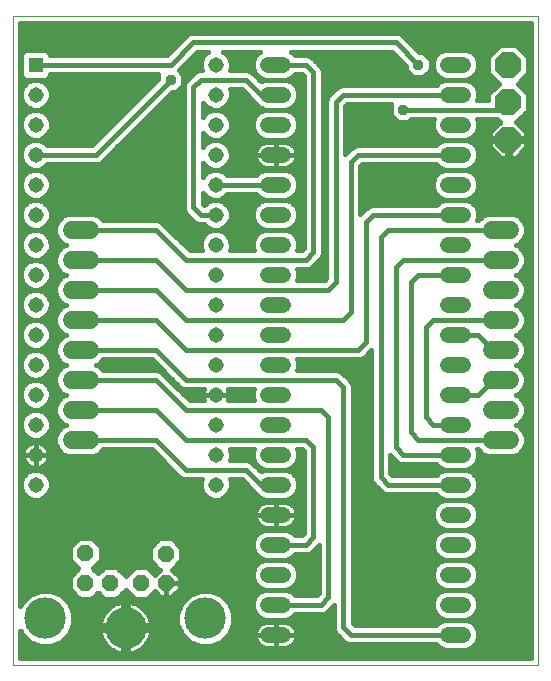
<source format=gbl>
G75*
G70*
%OFA0B0*%
%FSLAX24Y24*%
%IPPOS*%
%LPD*%
%AMOC8*
5,1,8,0,0,1.08239X$1,22.5*
%
%ADD10C,0.0000*%
%ADD11R,0.0515X0.0515*%
%ADD12C,0.0515*%
%ADD13C,0.0520*%
%ADD14C,0.1378*%
%ADD15OC8,0.0560*%
%ADD16C,0.0600*%
%ADD17OC8,0.0850*%
%ADD18C,0.0160*%
%ADD19OC8,0.0356*%
D10*
X002930Y001180D02*
X002930Y022800D01*
X020422Y022800D01*
X020422Y001180D01*
X002930Y001180D01*
D11*
X003680Y021180D03*
D12*
X003680Y020180D03*
X003680Y019180D03*
X003680Y018180D03*
X003680Y017180D03*
X003680Y016180D03*
X003680Y015180D03*
X003680Y014180D03*
X003680Y013180D03*
X003680Y012180D03*
X003680Y011180D03*
X003680Y010180D03*
X003680Y009180D03*
X003680Y008180D03*
X003680Y007180D03*
X009680Y007180D03*
X009680Y008180D03*
X009680Y009180D03*
X009680Y010180D03*
X009680Y011180D03*
X009680Y012180D03*
X009680Y013180D03*
X009680Y014180D03*
X009680Y015180D03*
X009680Y016180D03*
X009680Y017180D03*
X009680Y018180D03*
X009680Y019180D03*
X009680Y020180D03*
X009680Y021180D03*
D13*
X011420Y021180D02*
X011940Y021180D01*
X011940Y020180D02*
X011420Y020180D01*
X011420Y019180D02*
X011940Y019180D01*
X011940Y018180D02*
X011420Y018180D01*
X011420Y017180D02*
X011940Y017180D01*
X011940Y016180D02*
X011420Y016180D01*
X011420Y015180D02*
X011940Y015180D01*
X011940Y014180D02*
X011420Y014180D01*
X011420Y013180D02*
X011940Y013180D01*
X011940Y012180D02*
X011420Y012180D01*
X011420Y011180D02*
X011940Y011180D01*
X011940Y010180D02*
X011420Y010180D01*
X011420Y009180D02*
X011940Y009180D01*
X011940Y008180D02*
X011420Y008180D01*
X011420Y007180D02*
X011940Y007180D01*
X011940Y006180D02*
X011420Y006180D01*
X011420Y005180D02*
X011940Y005180D01*
X011940Y004180D02*
X011420Y004180D01*
X011420Y003180D02*
X011940Y003180D01*
X011940Y002180D02*
X011420Y002180D01*
X017420Y002180D02*
X017940Y002180D01*
X017940Y003180D02*
X017420Y003180D01*
X017420Y004180D02*
X017940Y004180D01*
X017940Y005180D02*
X017420Y005180D01*
X017420Y006180D02*
X017940Y006180D01*
X017940Y007180D02*
X017420Y007180D01*
X017420Y008180D02*
X017940Y008180D01*
X017940Y009180D02*
X017420Y009180D01*
X017420Y010180D02*
X017940Y010180D01*
X017940Y011180D02*
X017420Y011180D01*
X017420Y012180D02*
X017940Y012180D01*
X017940Y013180D02*
X017420Y013180D01*
X017420Y014180D02*
X017940Y014180D01*
X017940Y015180D02*
X017420Y015180D01*
X017420Y016180D02*
X017940Y016180D01*
X017940Y017180D02*
X017420Y017180D01*
X017420Y018180D02*
X017940Y018180D01*
X017940Y019180D02*
X017420Y019180D01*
X017420Y020180D02*
X017940Y020180D01*
X017940Y021180D02*
X017420Y021180D01*
D14*
X009337Y002725D03*
X006680Y002410D03*
X004003Y002725D03*
D15*
X005341Y003906D03*
X006168Y003906D03*
X005341Y004891D03*
X007192Y003906D03*
X008019Y003906D03*
X008019Y004871D03*
D16*
X005480Y008680D02*
X004880Y008680D01*
X004880Y009680D02*
X005480Y009680D01*
X005480Y010680D02*
X004880Y010680D01*
X004880Y011680D02*
X005480Y011680D01*
X005480Y012680D02*
X004880Y012680D01*
X004880Y013680D02*
X005480Y013680D01*
X005480Y014680D02*
X004880Y014680D01*
X004880Y015680D02*
X005480Y015680D01*
X018880Y015680D02*
X019480Y015680D01*
X019480Y014680D02*
X018880Y014680D01*
X018880Y013680D02*
X019480Y013680D01*
X019480Y012680D02*
X018880Y012680D01*
X018880Y011680D02*
X019480Y011680D01*
X019480Y010680D02*
X018880Y010680D01*
X018880Y009680D02*
X019480Y009680D01*
X019480Y008680D02*
X018880Y008680D01*
D17*
X019430Y018680D03*
X019430Y019930D03*
X019430Y021180D03*
D18*
X019924Y021627D02*
X020182Y021627D01*
X020182Y021785D02*
X019765Y021785D01*
X019705Y021845D02*
X019155Y021845D01*
X018765Y021455D01*
X018765Y020905D01*
X019115Y020555D01*
X018765Y020205D01*
X018765Y020000D01*
X018407Y020000D01*
X018440Y020081D01*
X018440Y020279D01*
X018364Y020463D01*
X018223Y020604D01*
X018039Y020680D01*
X018223Y020756D01*
X018364Y020897D01*
X018440Y021081D01*
X018440Y021279D01*
X018364Y021463D01*
X018223Y021604D01*
X018039Y021680D01*
X017321Y021680D01*
X017137Y021604D01*
X016996Y021463D01*
X016920Y021279D01*
X016920Y021081D01*
X016996Y020897D01*
X017137Y020756D01*
X017321Y020680D01*
X018039Y020680D01*
X017321Y020680D01*
X017137Y020604D01*
X017033Y020500D01*
X013866Y020500D01*
X013749Y020451D01*
X013659Y020361D01*
X013409Y020111D01*
X013360Y019994D01*
X013360Y014063D01*
X013297Y014000D01*
X012407Y014000D01*
X012440Y014081D01*
X012440Y014279D01*
X012407Y014360D01*
X012744Y014360D01*
X012861Y014409D01*
X013111Y014659D01*
X013201Y014749D01*
X013250Y014866D01*
X013250Y020994D01*
X013201Y021111D01*
X012951Y021361D01*
X012861Y021451D01*
X012744Y021500D01*
X012327Y021500D01*
X012223Y021604D01*
X012208Y021610D01*
X015547Y021610D01*
X016012Y021146D01*
X016012Y021007D01*
X016257Y020762D01*
X016603Y020762D01*
X016848Y021007D01*
X016848Y021353D01*
X016603Y021598D01*
X016464Y021598D01*
X015951Y022111D01*
X015951Y022111D01*
X015861Y022201D01*
X015744Y022250D01*
X008866Y022250D01*
X008749Y022201D01*
X008659Y022111D01*
X008047Y021500D01*
X004171Y021500D01*
X004141Y021573D01*
X004073Y021641D01*
X003985Y021677D01*
X003375Y021677D01*
X003287Y021641D01*
X003219Y021573D01*
X003183Y021485D01*
X003183Y020875D01*
X003219Y020787D01*
X003287Y020719D01*
X003375Y020683D01*
X003985Y020683D01*
X004073Y020719D01*
X004141Y020787D01*
X004171Y020860D01*
X007769Y020860D01*
X007762Y020853D01*
X007762Y020714D01*
X005547Y018500D01*
X004064Y018500D01*
X003962Y018602D01*
X003779Y018677D01*
X003581Y018677D01*
X003398Y018602D01*
X003258Y018462D01*
X003183Y018279D01*
X003183Y018081D01*
X003258Y017898D01*
X003398Y017758D01*
X003581Y017683D01*
X003779Y017683D01*
X003962Y017758D01*
X004064Y017860D01*
X005744Y017860D01*
X005861Y017909D01*
X008214Y020262D01*
X008353Y020262D01*
X008598Y020507D01*
X008598Y020853D01*
X008452Y020999D01*
X009063Y021610D01*
X009418Y021610D01*
X009398Y021602D01*
X009258Y021462D01*
X009183Y021279D01*
X009183Y021081D01*
X009216Y021000D01*
X009116Y021000D01*
X008999Y020951D01*
X008749Y020701D01*
X008659Y020611D01*
X008610Y020494D01*
X008610Y016366D01*
X008659Y016249D01*
X008909Y015999D01*
X008999Y015909D01*
X009116Y015860D01*
X009296Y015860D01*
X009398Y015758D01*
X009581Y015683D01*
X009779Y015683D01*
X009962Y015758D01*
X010102Y015898D01*
X010177Y016081D01*
X010177Y016279D01*
X010102Y016462D01*
X009962Y016602D01*
X009779Y016677D01*
X009581Y016677D01*
X009398Y016602D01*
X009305Y016508D01*
X009250Y016563D01*
X009250Y016918D01*
X009258Y016898D01*
X009398Y016758D01*
X009581Y016683D01*
X009779Y016683D01*
X009962Y016758D01*
X010064Y016860D01*
X011033Y016860D01*
X011137Y016756D01*
X011321Y016680D01*
X011137Y016604D01*
X010996Y016463D01*
X010920Y016279D01*
X010920Y016081D01*
X010996Y015897D01*
X011137Y015756D01*
X011321Y015680D01*
X012039Y015680D01*
X012223Y015756D01*
X012364Y015897D01*
X012440Y016081D01*
X012440Y016279D01*
X012364Y016463D01*
X012223Y016604D01*
X012039Y016680D01*
X011321Y016680D01*
X012039Y016680D01*
X012223Y016756D01*
X012364Y016897D01*
X012440Y017081D01*
X012440Y017279D01*
X012364Y017463D01*
X012223Y017604D01*
X012039Y017680D01*
X011321Y017680D01*
X011137Y017604D01*
X011033Y017500D01*
X010064Y017500D01*
X009962Y017602D01*
X009779Y017677D01*
X009581Y017677D01*
X009398Y017602D01*
X009258Y017462D01*
X009250Y017442D01*
X009250Y017918D01*
X009258Y017898D01*
X009398Y017758D01*
X009581Y017683D01*
X009779Y017683D01*
X009962Y017758D01*
X010102Y017898D01*
X010177Y018081D01*
X010177Y018279D01*
X010102Y018462D01*
X009962Y018602D01*
X009779Y018677D01*
X009581Y018677D01*
X009398Y018602D01*
X009258Y018462D01*
X009250Y018442D01*
X009250Y018918D01*
X009258Y018898D01*
X009398Y018758D01*
X009581Y018683D01*
X009779Y018683D01*
X009962Y018758D01*
X010102Y018898D01*
X010177Y019081D01*
X010177Y019279D01*
X010102Y019462D01*
X009962Y019602D01*
X009779Y019677D01*
X009581Y019677D01*
X009398Y019602D01*
X009258Y019462D01*
X009250Y019442D01*
X009250Y019918D01*
X009258Y019898D01*
X009398Y019758D01*
X009581Y019683D01*
X009779Y019683D01*
X009962Y019758D01*
X010102Y019898D01*
X010177Y020081D01*
X010177Y020279D01*
X010144Y020360D01*
X010547Y020360D01*
X010986Y019922D01*
X010996Y019897D01*
X011137Y019756D01*
X011321Y019680D01*
X012039Y019680D01*
X012223Y019756D01*
X012364Y019897D01*
X012440Y020081D01*
X012440Y020279D01*
X012364Y020463D01*
X012223Y020604D01*
X012039Y020680D01*
X012223Y020756D01*
X012327Y020860D01*
X012547Y020860D01*
X012610Y020797D01*
X012610Y015063D01*
X012547Y015000D01*
X012407Y015000D01*
X012440Y015081D01*
X012440Y015279D01*
X012364Y015463D01*
X012223Y015604D01*
X012039Y015680D01*
X011321Y015680D01*
X011137Y015604D01*
X010996Y015463D01*
X010920Y015279D01*
X010920Y015081D01*
X010953Y015000D01*
X010144Y015000D01*
X010177Y015081D01*
X010177Y015279D01*
X010102Y015462D01*
X009962Y015602D01*
X009779Y015677D01*
X009581Y015677D01*
X009398Y015602D01*
X009258Y015462D01*
X009183Y015279D01*
X009183Y015081D01*
X009216Y015000D01*
X008813Y015000D01*
X007861Y015951D01*
X007744Y016000D01*
X005924Y016000D01*
X005786Y016138D01*
X005587Y016220D01*
X004773Y016220D01*
X004574Y016138D01*
X004422Y015986D01*
X004340Y015787D01*
X004340Y015573D01*
X004422Y015374D01*
X004574Y015222D01*
X004676Y015180D01*
X004574Y015138D01*
X004422Y014986D01*
X004340Y014787D01*
X004340Y014573D01*
X004422Y014374D01*
X004574Y014222D01*
X004676Y014180D01*
X004574Y014138D01*
X004422Y013986D01*
X004340Y013787D01*
X004340Y013573D01*
X004422Y013374D01*
X004574Y013222D01*
X004676Y013180D01*
X004574Y013138D01*
X004422Y012986D01*
X004340Y012787D01*
X004340Y012573D01*
X004422Y012374D01*
X004574Y012222D01*
X004676Y012180D01*
X004574Y012138D01*
X004422Y011986D01*
X004340Y011787D01*
X004340Y011573D01*
X004422Y011374D01*
X004574Y011222D01*
X004676Y011180D01*
X004574Y011138D01*
X004422Y010986D01*
X004340Y010787D01*
X004340Y010573D01*
X004422Y010374D01*
X004574Y010222D01*
X004676Y010180D01*
X004574Y010138D01*
X004422Y009986D01*
X004340Y009787D01*
X004340Y009573D01*
X004422Y009374D01*
X004574Y009222D01*
X004676Y009180D01*
X004574Y009138D01*
X004422Y008986D01*
X004340Y008787D01*
X004340Y008573D01*
X004422Y008374D01*
X004574Y008222D01*
X004773Y008140D01*
X005587Y008140D01*
X005786Y008222D01*
X005924Y008360D01*
X007547Y008360D01*
X008409Y007499D01*
X008499Y007409D01*
X008616Y007360D01*
X009216Y007360D01*
X009183Y007279D01*
X009183Y007081D01*
X009258Y006898D01*
X009398Y006758D01*
X009581Y006683D01*
X009779Y006683D01*
X009962Y006758D01*
X010102Y006898D01*
X010177Y007081D01*
X010177Y007279D01*
X010144Y007360D01*
X010547Y007360D01*
X010909Y006999D01*
X010986Y006922D01*
X010996Y006897D01*
X011137Y006756D01*
X011321Y006680D01*
X012039Y006680D01*
X012223Y006756D01*
X012364Y006897D01*
X012440Y007081D01*
X012440Y007279D01*
X012364Y007463D01*
X012223Y007604D01*
X012039Y007680D01*
X012223Y007756D01*
X012364Y007897D01*
X012440Y008081D01*
X012440Y008279D01*
X012407Y008360D01*
X012547Y008360D01*
X012610Y008297D01*
X012610Y005563D01*
X012547Y005500D01*
X012327Y005500D01*
X012223Y005604D01*
X012039Y005680D01*
X011321Y005680D01*
X011137Y005604D01*
X010996Y005463D01*
X010920Y005279D01*
X010920Y005081D01*
X010996Y004897D01*
X011137Y004756D01*
X011321Y004680D01*
X012039Y004680D01*
X012223Y004756D01*
X012327Y004860D01*
X012744Y004860D01*
X012861Y004909D01*
X012951Y004999D01*
X013110Y005157D01*
X013110Y003563D01*
X013047Y003500D01*
X012327Y003500D01*
X012223Y003604D01*
X012039Y003680D01*
X011321Y003680D01*
X011137Y003604D01*
X010996Y003463D01*
X010920Y003279D01*
X010920Y003081D01*
X010996Y002897D01*
X011137Y002756D01*
X011321Y002680D01*
X012039Y002680D01*
X012223Y002756D01*
X012327Y002860D01*
X013244Y002860D01*
X013361Y002909D01*
X013451Y002999D01*
X013610Y003157D01*
X013610Y002366D01*
X013659Y002249D01*
X013909Y001999D01*
X013999Y001909D01*
X014116Y001860D01*
X017033Y001860D01*
X017137Y001756D01*
X017321Y001680D01*
X018039Y001680D01*
X018223Y001756D01*
X018364Y001897D01*
X018440Y002081D01*
X018440Y002279D01*
X018364Y002463D01*
X018223Y002604D01*
X018039Y002680D01*
X018223Y002756D01*
X018364Y002897D01*
X018440Y003081D01*
X018440Y003279D01*
X018364Y003463D01*
X018223Y003604D01*
X018039Y003680D01*
X018223Y003756D01*
X018364Y003897D01*
X018440Y004081D01*
X018440Y004279D01*
X018364Y004463D01*
X018223Y004604D01*
X018039Y004680D01*
X018223Y004756D01*
X018364Y004897D01*
X018440Y005081D01*
X018440Y005279D01*
X018364Y005463D01*
X018223Y005604D01*
X018039Y005680D01*
X018223Y005756D01*
X018364Y005897D01*
X018440Y006081D01*
X018440Y006279D01*
X018364Y006463D01*
X018223Y006604D01*
X018039Y006680D01*
X017321Y006680D01*
X017137Y006604D01*
X016996Y006463D01*
X016920Y006279D01*
X016920Y006081D01*
X016996Y005897D01*
X017137Y005756D01*
X017321Y005680D01*
X018039Y005680D01*
X017321Y005680D01*
X017137Y005604D01*
X016996Y005463D01*
X016920Y005279D01*
X016920Y005081D01*
X016996Y004897D01*
X017137Y004756D01*
X017321Y004680D01*
X018039Y004680D01*
X017321Y004680D01*
X017137Y004604D01*
X016996Y004463D01*
X016920Y004279D01*
X016920Y004081D01*
X016996Y003897D01*
X017137Y003756D01*
X017321Y003680D01*
X018039Y003680D01*
X017321Y003680D01*
X017137Y003604D01*
X016996Y003463D01*
X016920Y003279D01*
X016920Y003081D01*
X016996Y002897D01*
X017137Y002756D01*
X017321Y002680D01*
X018039Y002680D01*
X017321Y002680D01*
X017137Y002604D01*
X017033Y002500D01*
X014313Y002500D01*
X014250Y002563D01*
X014250Y010494D01*
X014201Y010611D01*
X014111Y010701D01*
X013861Y010951D01*
X013744Y011000D01*
X012407Y011000D01*
X012440Y011081D01*
X012440Y011279D01*
X012407Y011360D01*
X014494Y011360D01*
X014611Y011409D01*
X014860Y011657D01*
X014860Y007366D01*
X014909Y007249D01*
X015159Y006999D01*
X015249Y006909D01*
X015366Y006860D01*
X017033Y006860D01*
X017137Y006756D01*
X017321Y006680D01*
X018039Y006680D01*
X018223Y006756D01*
X018364Y006897D01*
X018440Y007081D01*
X018440Y007279D01*
X018364Y007463D01*
X018223Y007604D01*
X018039Y007680D01*
X018223Y007756D01*
X018364Y007897D01*
X018440Y008081D01*
X018440Y008279D01*
X018407Y008360D01*
X018436Y008360D01*
X018574Y008222D01*
X018773Y008140D01*
X019587Y008140D01*
X019786Y008222D01*
X019938Y008374D01*
X020020Y008573D01*
X020020Y008787D01*
X019938Y008986D01*
X019786Y009138D01*
X019684Y009180D01*
X019786Y009222D01*
X019938Y009374D01*
X020020Y009573D01*
X020020Y009787D01*
X019938Y009986D01*
X019786Y010138D01*
X019684Y010180D01*
X019786Y010222D01*
X019938Y010374D01*
X020020Y010573D01*
X020020Y010787D01*
X019938Y010986D01*
X019786Y011138D01*
X019684Y011180D01*
X019786Y011222D01*
X019938Y011374D01*
X020020Y011573D01*
X020020Y011787D01*
X019938Y011986D01*
X019786Y012138D01*
X019684Y012180D01*
X019786Y012222D01*
X019938Y012374D01*
X020020Y012573D01*
X020020Y012787D01*
X019938Y012986D01*
X019786Y013138D01*
X019684Y013180D01*
X019786Y013222D01*
X019938Y013374D01*
X020020Y013573D01*
X020020Y013787D01*
X019938Y013986D01*
X019786Y014138D01*
X019684Y014180D01*
X019786Y014222D01*
X019938Y014374D01*
X020020Y014573D01*
X020020Y014787D01*
X019938Y014986D01*
X019786Y015138D01*
X019684Y015180D01*
X019786Y015222D01*
X019938Y015374D01*
X020020Y015573D01*
X020020Y015787D01*
X019938Y015986D01*
X019786Y016138D01*
X019587Y016220D01*
X018773Y016220D01*
X018574Y016138D01*
X018436Y016000D01*
X018407Y016000D01*
X018440Y016081D01*
X018440Y016279D01*
X018364Y016463D01*
X018223Y016604D01*
X018039Y016680D01*
X018223Y016756D01*
X018364Y016897D01*
X018440Y017081D01*
X018440Y017279D01*
X018364Y017463D01*
X018223Y017604D01*
X018039Y017680D01*
X017321Y017680D01*
X017137Y017604D01*
X016996Y017463D01*
X016920Y017279D01*
X016920Y017081D01*
X016996Y016897D01*
X017137Y016756D01*
X017321Y016680D01*
X018039Y016680D01*
X017321Y016680D01*
X017137Y016604D01*
X017033Y016500D01*
X014866Y016500D01*
X014749Y016451D01*
X014659Y016361D01*
X014500Y016203D01*
X014500Y017797D01*
X014563Y017860D01*
X017033Y017860D01*
X017137Y017756D01*
X017321Y017680D01*
X018039Y017680D01*
X018223Y017756D01*
X018364Y017897D01*
X018440Y018081D01*
X018440Y018279D01*
X018364Y018463D01*
X018223Y018604D01*
X018039Y018680D01*
X018223Y018756D01*
X018364Y018897D01*
X018440Y019081D01*
X018440Y019279D01*
X018407Y019360D01*
X019060Y019360D01*
X019155Y019265D01*
X019159Y019265D01*
X018825Y018931D01*
X018825Y018730D01*
X019380Y018730D01*
X019380Y018630D01*
X019480Y018630D01*
X019480Y018730D01*
X020035Y018730D01*
X020035Y018931D01*
X019701Y019265D01*
X019705Y019265D01*
X020095Y019655D01*
X020095Y020205D01*
X019745Y020555D01*
X020095Y020905D01*
X020095Y021455D01*
X019705Y021845D01*
X020182Y021944D02*
X016119Y021944D01*
X015961Y022102D02*
X020182Y022102D01*
X020182Y022261D02*
X003170Y022261D01*
X003170Y022419D02*
X020182Y022419D01*
X020182Y022560D02*
X003170Y022560D01*
X003170Y003142D01*
X003215Y003251D01*
X003477Y003513D01*
X003818Y003654D01*
X004188Y003654D01*
X004529Y003513D01*
X004790Y003251D01*
X004932Y002910D01*
X004932Y002540D01*
X004790Y002199D01*
X004529Y001938D01*
X004188Y001796D01*
X003818Y001796D01*
X003477Y001938D01*
X003215Y002199D01*
X003170Y002308D01*
X003170Y001420D01*
X020182Y001420D01*
X020182Y022560D01*
X019095Y021785D02*
X016278Y021785D01*
X016436Y021627D02*
X017191Y021627D01*
X017001Y021468D02*
X016733Y021468D01*
X016848Y021310D02*
X016932Y021310D01*
X016920Y021151D02*
X016848Y021151D01*
X016834Y020993D02*
X016956Y020993D01*
X017059Y020834D02*
X016675Y020834D01*
X016430Y021180D02*
X015680Y021930D01*
X008930Y021930D01*
X008180Y021180D01*
X003680Y021180D01*
X003183Y021151D02*
X003170Y021151D01*
X003170Y020993D02*
X003183Y020993D01*
X003170Y020834D02*
X003199Y020834D01*
X003170Y020676D02*
X003576Y020676D01*
X003581Y020677D02*
X003398Y020602D01*
X003258Y020462D01*
X003183Y020279D01*
X003183Y020081D01*
X003258Y019898D01*
X003398Y019758D01*
X003581Y019683D01*
X003779Y019683D01*
X003962Y019758D01*
X004102Y019898D01*
X004177Y020081D01*
X004177Y020279D01*
X004102Y020462D01*
X003962Y020602D01*
X003779Y020677D01*
X003581Y020677D01*
X003784Y020676D02*
X007723Y020676D01*
X007762Y020834D02*
X004161Y020834D01*
X004047Y020517D02*
X007564Y020517D01*
X007406Y020359D02*
X004145Y020359D01*
X004177Y020200D02*
X007247Y020200D01*
X007089Y020042D02*
X004161Y020042D01*
X004087Y019883D02*
X006930Y019883D01*
X006772Y019725D02*
X003880Y019725D01*
X003779Y019677D02*
X003962Y019602D01*
X004102Y019462D01*
X004177Y019279D01*
X004177Y019081D01*
X004102Y018898D01*
X003962Y018758D01*
X003779Y018683D01*
X003581Y018683D01*
X003398Y018758D01*
X003258Y018898D01*
X003183Y019081D01*
X003183Y019279D01*
X003258Y019462D01*
X003398Y019602D01*
X003581Y019677D01*
X003779Y019677D01*
X003998Y019566D02*
X006613Y019566D01*
X006455Y019408D02*
X004124Y019408D01*
X004177Y019249D02*
X006296Y019249D01*
X006138Y019091D02*
X004177Y019091D01*
X004116Y018932D02*
X005979Y018932D01*
X005821Y018774D02*
X003977Y018774D01*
X003930Y018615D02*
X005662Y018615D01*
X005680Y018180D02*
X008180Y020680D01*
X008459Y020993D02*
X009098Y020993D01*
X009183Y021151D02*
X008604Y021151D01*
X008762Y021310D02*
X009195Y021310D01*
X009264Y021468D02*
X008921Y021468D01*
X008881Y020834D02*
X008598Y020834D01*
X008598Y020676D02*
X008723Y020676D01*
X008620Y020517D02*
X008598Y020517D01*
X008610Y020359D02*
X008450Y020359D01*
X008610Y020200D02*
X008153Y020200D01*
X007994Y020042D02*
X008610Y020042D01*
X008610Y019883D02*
X007836Y019883D01*
X007677Y019725D02*
X008610Y019725D01*
X008610Y019566D02*
X007519Y019566D01*
X007360Y019408D02*
X008610Y019408D01*
X008610Y019249D02*
X007202Y019249D01*
X007043Y019091D02*
X008610Y019091D01*
X008610Y018932D02*
X006885Y018932D01*
X006726Y018774D02*
X008610Y018774D01*
X008610Y018615D02*
X006568Y018615D01*
X006409Y018457D02*
X008610Y018457D01*
X008610Y018298D02*
X006251Y018298D01*
X006092Y018140D02*
X008610Y018140D01*
X008610Y017981D02*
X005934Y017981D01*
X005680Y018180D02*
X003680Y018180D01*
X004026Y017823D02*
X008610Y017823D01*
X008610Y017664D02*
X003811Y017664D01*
X003779Y017677D02*
X003581Y017677D01*
X003398Y017602D01*
X003258Y017462D01*
X003183Y017279D01*
X003183Y017081D01*
X003258Y016898D01*
X003398Y016758D01*
X003581Y016683D01*
X003779Y016683D01*
X003962Y016758D01*
X004102Y016898D01*
X004177Y017081D01*
X004177Y017279D01*
X004102Y017462D01*
X003962Y017602D01*
X003779Y017677D01*
X003549Y017664D02*
X003170Y017664D01*
X003170Y017506D02*
X003302Y017506D01*
X003211Y017347D02*
X003170Y017347D01*
X003170Y017189D02*
X003183Y017189D01*
X003170Y017030D02*
X003204Y017030D01*
X003170Y016872D02*
X003285Y016872D01*
X003170Y016713D02*
X003507Y016713D01*
X003581Y016677D02*
X003398Y016602D01*
X003258Y016462D01*
X003183Y016279D01*
X003183Y016081D01*
X003258Y015898D01*
X003398Y015758D01*
X003581Y015683D01*
X003779Y015683D01*
X003962Y015758D01*
X004102Y015898D01*
X004177Y016081D01*
X004177Y016279D01*
X004102Y016462D01*
X003962Y016602D01*
X003779Y016677D01*
X003581Y016677D01*
X003351Y016555D02*
X003170Y016555D01*
X003170Y016396D02*
X003231Y016396D01*
X003183Y016238D02*
X003170Y016238D01*
X003170Y016079D02*
X003183Y016079D01*
X003170Y015921D02*
X003249Y015921D01*
X003170Y015762D02*
X003394Y015762D01*
X003402Y015604D02*
X003170Y015604D01*
X003170Y015445D02*
X003251Y015445D01*
X003258Y015462D02*
X003183Y015279D01*
X003183Y015081D01*
X003258Y014898D01*
X003398Y014758D01*
X003581Y014683D01*
X003779Y014683D01*
X003962Y014758D01*
X004102Y014898D01*
X004177Y015081D01*
X004177Y015279D01*
X004102Y015462D01*
X003962Y015602D01*
X003779Y015677D01*
X003581Y015677D01*
X003398Y015602D01*
X003258Y015462D01*
X003186Y015287D02*
X003170Y015287D01*
X003170Y015128D02*
X003183Y015128D01*
X003170Y014970D02*
X003229Y014970D01*
X003170Y014811D02*
X003345Y014811D01*
X003398Y014602D02*
X003258Y014462D01*
X003183Y014279D01*
X003183Y014081D01*
X003258Y013898D01*
X003398Y013758D01*
X003581Y013683D01*
X003779Y013683D01*
X003962Y013758D01*
X004102Y013898D01*
X004177Y014081D01*
X004177Y014279D01*
X004102Y014462D01*
X003962Y014602D01*
X003779Y014677D01*
X003581Y014677D01*
X003398Y014602D01*
X003521Y014653D02*
X003170Y014653D01*
X003170Y014494D02*
X003290Y014494D01*
X003206Y014336D02*
X003170Y014336D01*
X003170Y014177D02*
X003183Y014177D01*
X003170Y014019D02*
X003208Y014019D01*
X003170Y013860D02*
X003296Y013860D01*
X003170Y013702D02*
X003535Y013702D01*
X003581Y013677D02*
X003398Y013602D01*
X003258Y013462D01*
X003183Y013279D01*
X003183Y013081D01*
X003258Y012898D01*
X003398Y012758D01*
X003581Y012683D01*
X003779Y012683D01*
X003962Y012758D01*
X004102Y012898D01*
X004177Y013081D01*
X004177Y013279D01*
X004102Y013462D01*
X003962Y013602D01*
X003779Y013677D01*
X003581Y013677D01*
X003825Y013702D02*
X004340Y013702D01*
X004352Y013543D02*
X004021Y013543D01*
X004134Y013385D02*
X004418Y013385D01*
X004570Y013226D02*
X004177Y013226D01*
X004172Y013068D02*
X004504Y013068D01*
X004390Y012909D02*
X004106Y012909D01*
X003943Y012751D02*
X004340Y012751D01*
X004340Y012592D02*
X003972Y012592D01*
X003962Y012602D02*
X003779Y012677D01*
X003581Y012677D01*
X003398Y012602D01*
X003258Y012462D01*
X003183Y012279D01*
X003183Y012081D01*
X003258Y011898D01*
X003398Y011758D01*
X003581Y011683D01*
X003779Y011683D01*
X003962Y011758D01*
X004102Y011898D01*
X004177Y012081D01*
X004177Y012279D01*
X004102Y012462D01*
X003962Y012602D01*
X004113Y012434D02*
X004398Y012434D01*
X004521Y012275D02*
X004177Y012275D01*
X004177Y012117D02*
X004553Y012117D01*
X004411Y011958D02*
X004127Y011958D01*
X004003Y011800D02*
X004345Y011800D01*
X004340Y011641D02*
X003867Y011641D01*
X003779Y011677D02*
X003962Y011602D01*
X004102Y011462D01*
X004177Y011279D01*
X004177Y011081D01*
X004102Y010898D01*
X003962Y010758D01*
X003779Y010683D01*
X003581Y010683D01*
X003398Y010758D01*
X003258Y010898D01*
X003183Y011081D01*
X003183Y011279D01*
X003258Y011462D01*
X003398Y011602D01*
X003581Y011677D01*
X003779Y011677D01*
X003493Y011641D02*
X003170Y011641D01*
X003170Y011483D02*
X003279Y011483D01*
X003201Y011324D02*
X003170Y011324D01*
X003170Y011166D02*
X003183Y011166D01*
X003170Y011007D02*
X003213Y011007D01*
X003170Y010849D02*
X003308Y010849D01*
X003170Y010690D02*
X003563Y010690D01*
X003581Y010677D02*
X003398Y010602D01*
X003258Y010462D01*
X003183Y010279D01*
X003183Y010081D01*
X003258Y009898D01*
X003398Y009758D01*
X003581Y009683D01*
X003779Y009683D01*
X003962Y009758D01*
X004102Y009898D01*
X004177Y010081D01*
X004177Y010279D01*
X004102Y010462D01*
X003962Y010602D01*
X003779Y010677D01*
X003581Y010677D01*
X003797Y010690D02*
X004340Y010690D01*
X004357Y010532D02*
X004032Y010532D01*
X004139Y010373D02*
X004423Y010373D01*
X004593Y010215D02*
X004177Y010215D01*
X004167Y010056D02*
X004492Y010056D01*
X004386Y009898D02*
X004101Y009898D01*
X003915Y009739D02*
X004340Y009739D01*
X004340Y009581D02*
X003983Y009581D01*
X003962Y009602D02*
X003779Y009677D01*
X003581Y009677D01*
X003398Y009602D01*
X003258Y009462D01*
X003183Y009279D01*
X003183Y009081D01*
X003258Y008898D01*
X003398Y008758D01*
X003581Y008683D01*
X003779Y008683D01*
X003962Y008758D01*
X004102Y008898D01*
X004177Y009081D01*
X004177Y009279D01*
X004102Y009462D01*
X003962Y009602D01*
X004118Y009422D02*
X004402Y009422D01*
X004533Y009264D02*
X004177Y009264D01*
X004177Y009105D02*
X004541Y009105D01*
X004406Y008947D02*
X004122Y008947D01*
X003992Y008788D02*
X004340Y008788D01*
X004340Y008630D02*
X003170Y008630D01*
X003170Y008788D02*
X003368Y008788D01*
X003238Y008947D02*
X003170Y008947D01*
X003170Y009105D02*
X003183Y009105D01*
X003170Y009264D02*
X003183Y009264D01*
X003170Y009422D02*
X003242Y009422D01*
X003170Y009581D02*
X003377Y009581D01*
X003445Y009739D02*
X003170Y009739D01*
X003170Y009898D02*
X003259Y009898D01*
X003193Y010056D02*
X003170Y010056D01*
X003170Y010215D02*
X003183Y010215D01*
X003170Y010373D02*
X003221Y010373D01*
X003170Y010532D02*
X003328Y010532D01*
X004052Y010849D02*
X004365Y010849D01*
X004443Y011007D02*
X004147Y011007D01*
X004177Y011166D02*
X004641Y011166D01*
X004472Y011324D02*
X004159Y011324D01*
X004081Y011483D02*
X004377Y011483D01*
X005180Y011680D02*
X007680Y011680D01*
X008680Y010680D01*
X013680Y010680D01*
X013930Y010430D01*
X013930Y002430D01*
X014180Y002180D01*
X017680Y002180D01*
X018217Y002607D02*
X020182Y002607D01*
X020182Y002765D02*
X018232Y002765D01*
X018375Y002924D02*
X020182Y002924D01*
X020182Y003082D02*
X018440Y003082D01*
X018440Y003241D02*
X020182Y003241D01*
X020182Y003399D02*
X018390Y003399D01*
X018270Y003558D02*
X020182Y003558D01*
X020182Y003716D02*
X018126Y003716D01*
X018342Y003875D02*
X020182Y003875D01*
X020182Y004033D02*
X018420Y004033D01*
X018440Y004192D02*
X020182Y004192D01*
X020182Y004350D02*
X018411Y004350D01*
X018319Y004509D02*
X020182Y004509D01*
X020182Y004667D02*
X018071Y004667D01*
X018293Y004826D02*
X020182Y004826D01*
X020182Y004984D02*
X018400Y004984D01*
X018440Y005143D02*
X020182Y005143D01*
X020182Y005301D02*
X018431Y005301D01*
X018365Y005460D02*
X020182Y005460D01*
X020182Y005618D02*
X018189Y005618D01*
X018244Y005777D02*
X020182Y005777D01*
X020182Y005935D02*
X018380Y005935D01*
X018440Y006094D02*
X020182Y006094D01*
X020182Y006252D02*
X018440Y006252D01*
X018386Y006411D02*
X020182Y006411D01*
X020182Y006569D02*
X018258Y006569D01*
X018154Y006728D02*
X020182Y006728D01*
X020182Y006886D02*
X018353Y006886D01*
X018425Y007045D02*
X020182Y007045D01*
X020182Y007203D02*
X018440Y007203D01*
X018406Y007362D02*
X020182Y007362D01*
X020182Y007520D02*
X018307Y007520D01*
X018043Y007679D02*
X020182Y007679D01*
X020182Y007837D02*
X018304Y007837D01*
X018405Y007996D02*
X020182Y007996D01*
X020182Y008154D02*
X019621Y008154D01*
X019876Y008313D02*
X020182Y008313D01*
X020182Y008471D02*
X019978Y008471D01*
X020020Y008630D02*
X020182Y008630D01*
X020182Y008788D02*
X020020Y008788D01*
X019954Y008947D02*
X020182Y008947D01*
X020182Y009105D02*
X019819Y009105D01*
X019827Y009264D02*
X020182Y009264D01*
X020182Y009422D02*
X019958Y009422D01*
X020020Y009581D02*
X020182Y009581D01*
X020182Y009739D02*
X020020Y009739D01*
X019974Y009898D02*
X020182Y009898D01*
X020182Y010056D02*
X019868Y010056D01*
X019767Y010215D02*
X020182Y010215D01*
X020182Y010373D02*
X019937Y010373D01*
X020003Y010532D02*
X020182Y010532D01*
X020182Y010690D02*
X020020Y010690D01*
X019995Y010849D02*
X020182Y010849D01*
X020182Y011007D02*
X019917Y011007D01*
X019719Y011166D02*
X020182Y011166D01*
X020182Y011324D02*
X019888Y011324D01*
X019983Y011483D02*
X020182Y011483D01*
X020182Y011641D02*
X020020Y011641D01*
X020015Y011800D02*
X020182Y011800D01*
X020182Y011958D02*
X019949Y011958D01*
X019807Y012117D02*
X020182Y012117D01*
X020182Y012275D02*
X019839Y012275D01*
X019962Y012434D02*
X020182Y012434D01*
X020182Y012592D02*
X020020Y012592D01*
X020020Y012751D02*
X020182Y012751D01*
X020182Y012909D02*
X019970Y012909D01*
X019856Y013068D02*
X020182Y013068D01*
X020182Y013226D02*
X019790Y013226D01*
X019942Y013385D02*
X020182Y013385D01*
X020182Y013543D02*
X020008Y013543D01*
X020020Y013702D02*
X020182Y013702D01*
X020182Y013860D02*
X019990Y013860D01*
X019905Y014019D02*
X020182Y014019D01*
X020182Y014177D02*
X019691Y014177D01*
X019899Y014336D02*
X020182Y014336D01*
X020182Y014494D02*
X019987Y014494D01*
X020020Y014653D02*
X020182Y014653D01*
X020182Y014811D02*
X020010Y014811D01*
X019945Y014970D02*
X020182Y014970D01*
X020182Y015128D02*
X019796Y015128D01*
X019850Y015287D02*
X020182Y015287D01*
X020182Y015445D02*
X019967Y015445D01*
X020020Y015604D02*
X020182Y015604D01*
X020182Y015762D02*
X020020Y015762D01*
X019965Y015921D02*
X020182Y015921D01*
X020182Y016079D02*
X019845Y016079D01*
X020182Y016238D02*
X018440Y016238D01*
X018439Y016079D02*
X018515Y016079D01*
X018392Y016396D02*
X020182Y016396D01*
X020182Y016555D02*
X018273Y016555D01*
X018119Y016713D02*
X020182Y016713D01*
X020182Y016872D02*
X018339Y016872D01*
X018419Y017030D02*
X020182Y017030D01*
X020182Y017189D02*
X018440Y017189D01*
X018412Y017347D02*
X020182Y017347D01*
X020182Y017506D02*
X018322Y017506D01*
X018078Y017664D02*
X020182Y017664D01*
X020182Y017823D02*
X018290Y017823D01*
X018399Y017981D02*
X020182Y017981D01*
X020182Y018140D02*
X019745Y018140D01*
X019681Y018075D02*
X019480Y018075D01*
X019480Y018630D01*
X020035Y018630D01*
X020035Y018429D01*
X019681Y018075D01*
X019480Y018140D02*
X019380Y018140D01*
X019380Y018075D02*
X019179Y018075D01*
X018825Y018429D01*
X018825Y018630D01*
X019380Y018630D01*
X019380Y018075D01*
X019380Y018298D02*
X019480Y018298D01*
X019480Y018457D02*
X019380Y018457D01*
X019380Y018615D02*
X019480Y018615D01*
X019904Y018298D02*
X020182Y018298D01*
X020182Y018457D02*
X020035Y018457D01*
X020035Y018615D02*
X020182Y018615D01*
X020182Y018774D02*
X020035Y018774D01*
X020034Y018932D02*
X020182Y018932D01*
X020182Y019091D02*
X019875Y019091D01*
X019717Y019249D02*
X020182Y019249D01*
X020182Y019408D02*
X019848Y019408D01*
X020006Y019566D02*
X020182Y019566D01*
X020182Y019725D02*
X020095Y019725D01*
X020095Y019883D02*
X020182Y019883D01*
X020182Y020042D02*
X020095Y020042D01*
X020095Y020200D02*
X020182Y020200D01*
X020182Y020359D02*
X019942Y020359D01*
X019783Y020517D02*
X020182Y020517D01*
X020182Y020676D02*
X019866Y020676D01*
X020024Y020834D02*
X020182Y020834D01*
X020182Y020993D02*
X020095Y020993D01*
X020095Y021151D02*
X020182Y021151D01*
X020182Y021310D02*
X020095Y021310D01*
X020082Y021468D02*
X020182Y021468D01*
X018936Y021627D02*
X018169Y021627D01*
X018359Y021468D02*
X018778Y021468D01*
X018765Y021310D02*
X018428Y021310D01*
X018440Y021151D02*
X018765Y021151D01*
X018765Y020993D02*
X018404Y020993D01*
X018301Y020834D02*
X018836Y020834D01*
X018994Y020676D02*
X018050Y020676D01*
X018310Y020517D02*
X019077Y020517D01*
X018918Y020359D02*
X018407Y020359D01*
X018440Y020200D02*
X018765Y020200D01*
X018765Y020042D02*
X018424Y020042D01*
X017680Y020180D02*
X013930Y020180D01*
X013680Y019930D01*
X013680Y013930D01*
X013430Y013680D01*
X008680Y013680D01*
X007680Y014680D01*
X005180Y014680D01*
X004669Y014177D02*
X004177Y014177D01*
X004154Y014336D02*
X004461Y014336D01*
X004373Y014494D02*
X004070Y014494D01*
X003839Y014653D02*
X004340Y014653D01*
X004350Y014811D02*
X004015Y014811D01*
X004131Y014970D02*
X004415Y014970D01*
X004564Y015128D02*
X004177Y015128D01*
X004174Y015287D02*
X004510Y015287D01*
X004393Y015445D02*
X004109Y015445D01*
X003958Y015604D02*
X004340Y015604D01*
X004340Y015762D02*
X003966Y015762D01*
X004111Y015921D02*
X004395Y015921D01*
X004515Y016079D02*
X004177Y016079D01*
X004177Y016238D02*
X008670Y016238D01*
X008610Y016396D02*
X004129Y016396D01*
X004009Y016555D02*
X008610Y016555D01*
X008610Y016713D02*
X003853Y016713D01*
X004075Y016872D02*
X008610Y016872D01*
X008610Y017030D02*
X004156Y017030D01*
X004177Y017189D02*
X008610Y017189D01*
X008610Y017347D02*
X004149Y017347D01*
X004058Y017506D02*
X008610Y017506D01*
X009250Y017506D02*
X009302Y017506D01*
X009250Y017664D02*
X009549Y017664D01*
X009811Y017664D02*
X011282Y017664D01*
X011317Y017751D02*
X011385Y017740D01*
X011680Y017740D01*
X011975Y017740D01*
X012043Y017751D01*
X012109Y017772D01*
X012171Y017804D01*
X012227Y017844D01*
X012276Y017893D01*
X012316Y017949D01*
X012348Y018011D01*
X012369Y018077D01*
X012380Y018145D01*
X012380Y018180D01*
X012380Y018215D01*
X012369Y018283D01*
X012348Y018349D01*
X012316Y018411D01*
X012276Y018467D01*
X012227Y018516D01*
X012171Y018556D01*
X012109Y018588D01*
X012043Y018609D01*
X011975Y018620D01*
X011680Y018620D01*
X011680Y018180D01*
X011680Y018180D01*
X012380Y018180D01*
X011680Y018180D01*
X011680Y018180D01*
X011680Y017740D01*
X011680Y018180D01*
X011680Y018180D01*
X011680Y018180D01*
X010980Y018180D01*
X010980Y018215D01*
X010991Y018283D01*
X011012Y018349D01*
X011044Y018411D01*
X011084Y018467D01*
X011133Y018516D01*
X011189Y018556D01*
X011251Y018588D01*
X011317Y018609D01*
X011385Y018620D01*
X011680Y018620D01*
X011680Y018180D01*
X010980Y018180D01*
X010980Y018145D01*
X010991Y018077D01*
X011012Y018011D01*
X011044Y017949D01*
X011084Y017893D01*
X011133Y017844D01*
X011189Y017804D01*
X011251Y017772D01*
X011317Y017751D01*
X011163Y017823D02*
X010026Y017823D01*
X010136Y017981D02*
X011028Y017981D01*
X010981Y018140D02*
X010177Y018140D01*
X010170Y018298D02*
X010996Y018298D01*
X011077Y018457D02*
X010104Y018457D01*
X009930Y018615D02*
X011354Y018615D01*
X011321Y018680D02*
X012039Y018680D01*
X012223Y018756D01*
X012364Y018897D01*
X012440Y019081D01*
X012440Y019279D01*
X012364Y019463D01*
X012223Y019604D01*
X012039Y019680D01*
X011321Y019680D01*
X011137Y019604D01*
X010996Y019463D01*
X010920Y019279D01*
X010920Y019081D01*
X010996Y018897D01*
X011137Y018756D01*
X011321Y018680D01*
X011119Y018774D02*
X009977Y018774D01*
X010116Y018932D02*
X010982Y018932D01*
X010920Y019091D02*
X010177Y019091D01*
X010177Y019249D02*
X010920Y019249D01*
X010973Y019408D02*
X010124Y019408D01*
X009998Y019566D02*
X011099Y019566D01*
X011213Y019725D02*
X009880Y019725D01*
X010087Y019883D02*
X011010Y019883D01*
X010866Y020042D02*
X010161Y020042D01*
X010177Y020200D02*
X010707Y020200D01*
X010549Y020359D02*
X010145Y020359D01*
X010680Y020680D02*
X009180Y020680D01*
X008930Y020430D01*
X008930Y016430D01*
X009180Y016180D01*
X009680Y016180D01*
X009966Y015762D02*
X011131Y015762D01*
X011136Y015604D02*
X009958Y015604D01*
X010109Y015445D02*
X010989Y015445D01*
X010923Y015287D02*
X010174Y015287D01*
X010177Y015128D02*
X010920Y015128D01*
X010986Y015921D02*
X010111Y015921D01*
X010177Y016079D02*
X010921Y016079D01*
X010920Y016238D02*
X010177Y016238D01*
X010129Y016396D02*
X010968Y016396D01*
X011087Y016555D02*
X010009Y016555D01*
X009853Y016713D02*
X011241Y016713D01*
X011680Y017180D02*
X009680Y017180D01*
X009507Y016713D02*
X009250Y016713D01*
X009250Y016872D02*
X009285Y016872D01*
X009258Y016555D02*
X009351Y016555D01*
X008828Y016079D02*
X005845Y016079D01*
X005180Y015680D02*
X007680Y015680D01*
X008680Y014680D01*
X012680Y014680D01*
X012930Y014930D01*
X012930Y020930D01*
X012680Y021180D01*
X011680Y021180D01*
X011321Y020680D02*
X012039Y020680D01*
X011321Y020680D01*
X011137Y020756D01*
X010996Y020897D01*
X010920Y021081D01*
X010920Y021279D01*
X010996Y021463D01*
X011137Y021604D01*
X011152Y021610D01*
X009942Y021610D01*
X009962Y021602D01*
X010102Y021462D01*
X010177Y021279D01*
X010177Y021081D01*
X010144Y021000D01*
X010744Y021000D01*
X010861Y020951D01*
X010951Y020861D01*
X011188Y020625D01*
X011321Y020680D01*
X011310Y020676D02*
X011137Y020676D01*
X011059Y020834D02*
X010979Y020834D01*
X010956Y020993D02*
X010762Y020993D01*
X010920Y021151D02*
X010177Y021151D01*
X010165Y021310D02*
X010932Y021310D01*
X011001Y021468D02*
X010096Y021468D01*
X010680Y020680D02*
X011180Y020180D01*
X011680Y020180D01*
X012050Y020676D02*
X012610Y020676D01*
X012610Y020517D02*
X012310Y020517D01*
X012407Y020359D02*
X012610Y020359D01*
X012610Y020200D02*
X012440Y020200D01*
X012424Y020042D02*
X012610Y020042D01*
X012610Y019883D02*
X012350Y019883D01*
X012147Y019725D02*
X012610Y019725D01*
X012610Y019566D02*
X012261Y019566D01*
X012387Y019408D02*
X012610Y019408D01*
X012610Y019249D02*
X012440Y019249D01*
X012440Y019091D02*
X012610Y019091D01*
X012610Y018932D02*
X012378Y018932D01*
X012241Y018774D02*
X012610Y018774D01*
X012610Y018615D02*
X012006Y018615D01*
X012283Y018457D02*
X012610Y018457D01*
X012610Y018298D02*
X012364Y018298D01*
X012379Y018140D02*
X012610Y018140D01*
X012610Y017981D02*
X012332Y017981D01*
X012197Y017823D02*
X012610Y017823D01*
X012610Y017664D02*
X012078Y017664D01*
X012322Y017506D02*
X012610Y017506D01*
X012610Y017347D02*
X012412Y017347D01*
X012440Y017189D02*
X012610Y017189D01*
X012610Y017030D02*
X012419Y017030D01*
X012339Y016872D02*
X012610Y016872D01*
X012610Y016713D02*
X012119Y016713D01*
X012273Y016555D02*
X012610Y016555D01*
X012610Y016396D02*
X012392Y016396D01*
X012440Y016238D02*
X012610Y016238D01*
X012610Y016079D02*
X012439Y016079D01*
X012374Y015921D02*
X012610Y015921D01*
X012610Y015762D02*
X012229Y015762D01*
X012224Y015604D02*
X012610Y015604D01*
X012610Y015445D02*
X012371Y015445D01*
X012437Y015287D02*
X012610Y015287D01*
X012610Y015128D02*
X012440Y015128D01*
X013105Y014653D02*
X013360Y014653D01*
X013360Y014811D02*
X013227Y014811D01*
X013250Y014970D02*
X013360Y014970D01*
X013360Y015128D02*
X013250Y015128D01*
X013250Y015287D02*
X013360Y015287D01*
X013360Y015445D02*
X013250Y015445D01*
X013250Y015604D02*
X013360Y015604D01*
X013360Y015762D02*
X013250Y015762D01*
X013250Y015921D02*
X013360Y015921D01*
X013360Y016079D02*
X013250Y016079D01*
X013250Y016238D02*
X013360Y016238D01*
X013360Y016396D02*
X013250Y016396D01*
X013250Y016555D02*
X013360Y016555D01*
X013360Y016713D02*
X013250Y016713D01*
X013250Y016872D02*
X013360Y016872D01*
X013360Y017030D02*
X013250Y017030D01*
X013250Y017189D02*
X013360Y017189D01*
X013360Y017347D02*
X013250Y017347D01*
X013250Y017506D02*
X013360Y017506D01*
X013360Y017664D02*
X013250Y017664D01*
X013250Y017823D02*
X013360Y017823D01*
X013360Y017981D02*
X013250Y017981D01*
X013250Y018140D02*
X013360Y018140D01*
X013360Y018298D02*
X013250Y018298D01*
X013250Y018457D02*
X013360Y018457D01*
X013360Y018615D02*
X013250Y018615D01*
X013250Y018774D02*
X013360Y018774D01*
X013360Y018932D02*
X013250Y018932D01*
X013250Y019091D02*
X013360Y019091D01*
X013360Y019249D02*
X013250Y019249D01*
X013250Y019408D02*
X013360Y019408D01*
X013360Y019566D02*
X013250Y019566D01*
X013250Y019725D02*
X013360Y019725D01*
X013360Y019883D02*
X013250Y019883D01*
X013250Y020042D02*
X013380Y020042D01*
X013497Y020200D02*
X013250Y020200D01*
X013250Y020359D02*
X013656Y020359D01*
X013659Y020361D02*
X013659Y020361D01*
X013250Y020517D02*
X017050Y020517D01*
X017310Y020676D02*
X013250Y020676D01*
X013250Y020834D02*
X016185Y020834D01*
X016026Y020993D02*
X013250Y020993D01*
X013162Y021151D02*
X016006Y021151D01*
X015848Y021310D02*
X013003Y021310D01*
X012821Y021468D02*
X015689Y021468D01*
X015519Y019860D02*
X015512Y019853D01*
X015512Y019507D01*
X015757Y019262D01*
X016103Y019262D01*
X016201Y019360D01*
X016953Y019360D01*
X016920Y019279D01*
X016920Y019081D01*
X016996Y018897D01*
X017137Y018756D01*
X017321Y018680D01*
X018039Y018680D01*
X017321Y018680D01*
X017137Y018604D01*
X017033Y018500D01*
X014366Y018500D01*
X014249Y018451D01*
X014159Y018361D01*
X014000Y018203D01*
X014000Y019797D01*
X014063Y019860D01*
X015519Y019860D01*
X015512Y019725D02*
X014000Y019725D01*
X014000Y019566D02*
X015512Y019566D01*
X015611Y019408D02*
X014000Y019408D01*
X014000Y019249D02*
X016920Y019249D01*
X016920Y019091D02*
X014000Y019091D01*
X014000Y018932D02*
X016982Y018932D01*
X017119Y018774D02*
X014000Y018774D01*
X014000Y018615D02*
X017164Y018615D01*
X017680Y018180D02*
X014430Y018180D01*
X014180Y017930D01*
X014180Y012930D01*
X013930Y012680D01*
X008680Y012680D01*
X007680Y013680D01*
X005180Y013680D01*
X004455Y014019D02*
X004152Y014019D01*
X004064Y013860D02*
X004370Y013860D01*
X003339Y013543D02*
X003170Y013543D01*
X003170Y013385D02*
X003226Y013385D01*
X003183Y013226D02*
X003170Y013226D01*
X003170Y013068D02*
X003188Y013068D01*
X003170Y012909D02*
X003254Y012909D01*
X003170Y012751D02*
X003417Y012751D01*
X003388Y012592D02*
X003170Y012592D01*
X003170Y012434D02*
X003247Y012434D01*
X003183Y012275D02*
X003170Y012275D01*
X003170Y012117D02*
X003183Y012117D01*
X003170Y011958D02*
X003233Y011958D01*
X003170Y011800D02*
X003357Y011800D01*
X005180Y012680D02*
X007680Y012680D01*
X008680Y011680D01*
X014430Y011680D01*
X014680Y011930D01*
X014680Y015930D01*
X014930Y016180D01*
X017680Y016180D01*
X017241Y016713D02*
X014500Y016713D01*
X014500Y016555D02*
X017087Y016555D01*
X017021Y016872D02*
X014500Y016872D01*
X014500Y017030D02*
X016941Y017030D01*
X016920Y017189D02*
X014500Y017189D01*
X014500Y017347D02*
X016948Y017347D01*
X017038Y017506D02*
X014500Y017506D01*
X014500Y017664D02*
X017282Y017664D01*
X017070Y017823D02*
X014525Y017823D01*
X014095Y018298D02*
X014000Y018298D01*
X014000Y018457D02*
X014261Y018457D01*
X015930Y019680D02*
X019180Y019680D01*
X019430Y019930D01*
X019143Y019249D02*
X018440Y019249D01*
X018440Y019091D02*
X018985Y019091D01*
X018826Y018932D02*
X018378Y018932D01*
X018241Y018774D02*
X018825Y018774D01*
X018825Y018615D02*
X018196Y018615D01*
X018367Y018457D02*
X018825Y018457D01*
X018956Y018298D02*
X018432Y018298D01*
X018440Y018140D02*
X019115Y018140D01*
X019180Y015680D02*
X015430Y015680D01*
X015180Y015430D01*
X015180Y007430D01*
X015430Y007180D01*
X017680Y007180D01*
X018039Y007680D02*
X017321Y007680D01*
X018039Y007680D01*
X017680Y008180D02*
X015930Y008180D01*
X015680Y008430D01*
X015680Y014430D01*
X015930Y014680D01*
X019180Y014680D01*
X017680Y014180D02*
X016430Y014180D01*
X016180Y013930D01*
X016180Y008930D01*
X016430Y008680D01*
X019180Y008680D01*
X018739Y008154D02*
X018440Y008154D01*
X018426Y008313D02*
X018484Y008313D01*
X017680Y009180D02*
X016930Y009180D01*
X016680Y009430D01*
X016680Y012430D01*
X016930Y012680D01*
X019180Y012680D01*
X018430Y012180D02*
X018930Y011680D01*
X019180Y011680D01*
X018430Y012180D02*
X017680Y012180D01*
X018930Y010680D02*
X019180Y010680D01*
X018930Y010680D02*
X018430Y010180D01*
X017680Y010180D01*
X015866Y007860D02*
X015749Y007909D01*
X015500Y008157D01*
X015500Y007563D01*
X015563Y007500D01*
X017033Y007500D01*
X017137Y007604D01*
X017321Y007680D01*
X017137Y007756D01*
X017033Y007860D01*
X015866Y007860D01*
X015662Y007996D02*
X015500Y007996D01*
X015500Y008154D02*
X015503Y008154D01*
X015500Y007837D02*
X017056Y007837D01*
X017317Y007679D02*
X015500Y007679D01*
X015543Y007520D02*
X017053Y007520D01*
X017206Y006728D02*
X014250Y006728D01*
X014250Y006886D02*
X015304Y006886D01*
X015113Y007045D02*
X014250Y007045D01*
X014250Y007203D02*
X014954Y007203D01*
X014862Y007362D02*
X014250Y007362D01*
X014250Y007520D02*
X014860Y007520D01*
X014860Y007679D02*
X014250Y007679D01*
X014250Y007837D02*
X014860Y007837D01*
X014860Y007996D02*
X014250Y007996D01*
X014250Y008154D02*
X014860Y008154D01*
X014860Y008313D02*
X014250Y008313D01*
X014250Y008471D02*
X014860Y008471D01*
X014860Y008630D02*
X014250Y008630D01*
X014250Y008788D02*
X014860Y008788D01*
X014860Y008947D02*
X014250Y008947D01*
X014250Y009105D02*
X014860Y009105D01*
X014860Y009264D02*
X014250Y009264D01*
X014250Y009422D02*
X014860Y009422D01*
X014860Y009581D02*
X014250Y009581D01*
X014250Y009739D02*
X014860Y009739D01*
X014860Y009898D02*
X014250Y009898D01*
X014250Y010056D02*
X014860Y010056D01*
X014860Y010215D02*
X014250Y010215D01*
X014250Y010373D02*
X014860Y010373D01*
X014860Y010532D02*
X014234Y010532D01*
X014123Y010690D02*
X014860Y010690D01*
X014860Y010849D02*
X013964Y010849D01*
X014685Y011483D02*
X014860Y011483D01*
X014844Y011641D02*
X014860Y011641D01*
X014860Y011324D02*
X012422Y011324D01*
X012440Y011166D02*
X014860Y011166D01*
X014860Y011007D02*
X012410Y011007D01*
X013180Y009680D02*
X013430Y009430D01*
X013430Y003430D01*
X013180Y003180D01*
X011680Y003180D01*
X011321Y003680D02*
X012039Y003680D01*
X012223Y003756D01*
X012364Y003897D01*
X012440Y004081D01*
X012440Y004279D01*
X012364Y004463D01*
X012223Y004604D01*
X012039Y004680D01*
X011321Y004680D01*
X011137Y004604D01*
X010996Y004463D01*
X010920Y004279D01*
X010920Y004081D01*
X010996Y003897D01*
X011137Y003756D01*
X011321Y003680D01*
X011234Y003716D02*
X008479Y003716D01*
X008479Y003898D01*
X008027Y003898D01*
X008027Y003915D01*
X008479Y003915D01*
X008479Y004097D01*
X008225Y004351D01*
X008234Y004351D01*
X008539Y004656D01*
X008539Y005086D01*
X008234Y005391D01*
X007803Y005391D01*
X007499Y005086D01*
X007499Y004656D01*
X007803Y004351D01*
X007813Y004351D01*
X007648Y004186D01*
X007407Y004426D01*
X006976Y004426D01*
X006680Y004130D01*
X006384Y004426D01*
X005953Y004426D01*
X005755Y004228D01*
X005585Y004399D01*
X005861Y004675D01*
X005861Y005106D01*
X005557Y005411D01*
X005126Y005411D01*
X004821Y005106D01*
X004821Y004675D01*
X005098Y004399D01*
X004821Y004122D01*
X004821Y003691D01*
X005126Y003386D01*
X005557Y003386D01*
X005755Y003584D01*
X005953Y003386D01*
X006384Y003386D01*
X006680Y003683D01*
X006976Y003386D01*
X007407Y003386D01*
X007648Y003627D01*
X007828Y003446D01*
X008010Y003446D01*
X008010Y003898D01*
X008027Y003898D01*
X008027Y003446D01*
X008209Y003446D01*
X008479Y003716D01*
X008479Y003875D02*
X011018Y003875D01*
X010940Y004033D02*
X008479Y004033D01*
X008384Y004192D02*
X010920Y004192D01*
X010949Y004350D02*
X008225Y004350D01*
X008392Y004509D02*
X011041Y004509D01*
X011289Y004667D02*
X008539Y004667D01*
X008539Y004826D02*
X011067Y004826D01*
X010960Y004984D02*
X008539Y004984D01*
X008482Y005143D02*
X010920Y005143D01*
X010929Y005301D02*
X008324Y005301D01*
X007713Y005301D02*
X005666Y005301D01*
X005825Y005143D02*
X007555Y005143D01*
X007499Y004984D02*
X005861Y004984D01*
X005861Y004826D02*
X007499Y004826D01*
X007499Y004667D02*
X005853Y004667D01*
X005695Y004509D02*
X007646Y004509D01*
X007484Y004350D02*
X007812Y004350D01*
X007653Y004192D02*
X007642Y004192D01*
X008010Y003875D02*
X008027Y003875D01*
X008010Y003716D02*
X008027Y003716D01*
X008010Y003558D02*
X008027Y003558D01*
X008320Y003558D02*
X008919Y003558D01*
X008811Y003513D02*
X009153Y003654D01*
X009522Y003654D01*
X009864Y003513D01*
X010125Y003251D01*
X010266Y002910D01*
X010266Y002540D01*
X010125Y002199D01*
X009864Y001938D01*
X009522Y001796D01*
X009153Y001796D01*
X008811Y001938D01*
X008550Y002199D01*
X008409Y002540D01*
X008409Y002910D01*
X008550Y003251D01*
X008811Y003513D01*
X008697Y003399D02*
X007420Y003399D01*
X007578Y003558D02*
X007717Y003558D01*
X007254Y003065D02*
X007164Y003134D01*
X007065Y003191D01*
X006960Y003235D01*
X006850Y003264D01*
X006760Y003276D01*
X006760Y002490D01*
X007546Y002490D01*
X007534Y002580D01*
X007505Y002690D01*
X007461Y002795D01*
X007404Y002894D01*
X007335Y002984D01*
X007254Y003065D01*
X007232Y003082D02*
X008480Y003082D01*
X008545Y003241D02*
X006939Y003241D01*
X006964Y003399D02*
X006396Y003399D01*
X006421Y003241D02*
X004795Y003241D01*
X004861Y003082D02*
X006128Y003082D01*
X006106Y003065D02*
X006025Y002984D01*
X005956Y002894D01*
X005899Y002795D01*
X005855Y002690D01*
X005826Y002580D01*
X005814Y002490D01*
X006600Y002490D01*
X006600Y002330D01*
X006760Y002330D01*
X006760Y001544D01*
X006850Y001556D01*
X006960Y001586D01*
X007065Y001629D01*
X007164Y001686D01*
X007254Y001756D01*
X007335Y001836D01*
X007404Y001927D01*
X007461Y002025D01*
X007505Y002130D01*
X007534Y002240D01*
X007546Y002330D01*
X006760Y002330D01*
X006760Y002490D01*
X006600Y002490D01*
X006600Y003276D01*
X006510Y003264D01*
X006400Y003235D01*
X006295Y003191D01*
X006196Y003134D01*
X006106Y003065D01*
X005978Y002924D02*
X004926Y002924D01*
X004932Y002765D02*
X005886Y002765D01*
X005833Y002607D02*
X004932Y002607D01*
X004893Y002448D02*
X006600Y002448D01*
X006600Y002330D02*
X005814Y002330D01*
X005826Y002240D01*
X005855Y002130D01*
X005899Y002025D01*
X005956Y001927D01*
X006025Y001836D01*
X006106Y001756D01*
X006196Y001686D01*
X006295Y001629D01*
X006400Y001586D01*
X006510Y001556D01*
X006600Y001544D01*
X006600Y002330D01*
X006600Y002290D02*
X006760Y002290D01*
X006760Y002448D02*
X008447Y002448D01*
X008409Y002607D02*
X007527Y002607D01*
X007474Y002765D02*
X008409Y002765D01*
X008414Y002924D02*
X007382Y002924D01*
X006760Y002924D02*
X006600Y002924D01*
X006600Y003082D02*
X006760Y003082D01*
X006760Y003241D02*
X006600Y003241D01*
X006555Y003558D02*
X006805Y003558D01*
X006742Y004192D02*
X006618Y004192D01*
X006460Y004350D02*
X006900Y004350D01*
X005876Y004350D02*
X005633Y004350D01*
X005050Y004350D02*
X003170Y004350D01*
X003170Y004192D02*
X004891Y004192D01*
X004821Y004033D02*
X003170Y004033D01*
X003170Y003875D02*
X004821Y003875D01*
X004821Y003716D02*
X003170Y003716D01*
X003170Y003558D02*
X003584Y003558D01*
X003363Y003399D02*
X003170Y003399D01*
X003170Y003241D02*
X003211Y003241D01*
X003170Y002290D02*
X003178Y002290D01*
X003170Y002131D02*
X003283Y002131D01*
X003170Y001973D02*
X003442Y001973D01*
X003170Y001814D02*
X003775Y001814D01*
X004230Y001814D02*
X006047Y001814D01*
X005929Y001973D02*
X004564Y001973D01*
X004722Y002131D02*
X005855Y002131D01*
X005819Y002290D02*
X004828Y002290D01*
X004643Y003399D02*
X005113Y003399D01*
X004955Y003558D02*
X004421Y003558D01*
X004988Y004509D02*
X003170Y004509D01*
X003170Y004667D02*
X004830Y004667D01*
X004821Y004826D02*
X003170Y004826D01*
X003170Y004984D02*
X004821Y004984D01*
X004858Y005143D02*
X003170Y005143D01*
X003170Y005301D02*
X005016Y005301D01*
X003962Y006758D02*
X003779Y006683D01*
X003581Y006683D01*
X003398Y006758D01*
X003258Y006898D01*
X003183Y007081D01*
X003183Y007279D01*
X003258Y007462D01*
X003398Y007602D01*
X003581Y007677D01*
X003779Y007677D01*
X003962Y007602D01*
X004102Y007462D01*
X004177Y007279D01*
X004177Y007081D01*
X004102Y006898D01*
X003962Y006758D01*
X003888Y006728D02*
X009472Y006728D01*
X009270Y006886D02*
X004090Y006886D01*
X004162Y007045D02*
X009198Y007045D01*
X009183Y007203D02*
X004177Y007203D01*
X004143Y007362D02*
X008613Y007362D01*
X008387Y007520D02*
X004044Y007520D01*
X003909Y007806D02*
X003965Y007846D01*
X004014Y007895D01*
X004054Y007951D01*
X004085Y008012D01*
X004107Y008078D01*
X004117Y008146D01*
X004117Y008180D01*
X004117Y008214D01*
X004107Y008282D01*
X004085Y008348D01*
X004054Y008409D01*
X004014Y008465D01*
X003965Y008514D01*
X003909Y008554D01*
X003848Y008585D01*
X003782Y008607D01*
X003714Y008617D01*
X003680Y008617D01*
X003680Y008180D01*
X003680Y008180D01*
X004117Y008180D01*
X003680Y008180D01*
X003680Y008180D01*
X003680Y008180D01*
X003243Y008180D01*
X003243Y008146D01*
X003253Y008078D01*
X003275Y008012D01*
X003306Y007951D01*
X003346Y007895D01*
X003395Y007846D01*
X003451Y007806D01*
X003512Y007775D01*
X003578Y007753D01*
X003646Y007743D01*
X003680Y007743D01*
X003714Y007743D01*
X003782Y007753D01*
X003848Y007775D01*
X003909Y007806D01*
X003952Y007837D02*
X008070Y007837D01*
X007912Y007996D02*
X004077Y007996D01*
X004117Y008154D02*
X004739Y008154D01*
X004484Y008313D02*
X004097Y008313D01*
X004008Y008471D02*
X004382Y008471D01*
X003680Y008471D02*
X003680Y008471D01*
X003680Y008617D02*
X003680Y008180D01*
X003680Y007743D01*
X003680Y008180D01*
X003680Y008180D01*
X003243Y008180D01*
X003243Y008214D01*
X003253Y008282D01*
X003275Y008348D01*
X003306Y008409D01*
X003346Y008465D01*
X003395Y008514D01*
X003451Y008554D01*
X003512Y008585D01*
X003578Y008607D01*
X003646Y008617D01*
X003680Y008617D01*
X003352Y008471D02*
X003170Y008471D01*
X003170Y008313D02*
X003263Y008313D01*
X003243Y008154D02*
X003170Y008154D01*
X003170Y007996D02*
X003283Y007996D01*
X003170Y007837D02*
X003408Y007837D01*
X003680Y007837D02*
X003680Y007837D01*
X003680Y007996D02*
X003680Y007996D01*
X003680Y008154D02*
X003680Y008154D01*
X003680Y008313D02*
X003680Y008313D01*
X003170Y007679D02*
X008229Y007679D01*
X008680Y007680D02*
X010680Y007680D01*
X011180Y007180D01*
X011680Y007180D01*
X012039Y007680D02*
X011321Y007680D01*
X012039Y007680D01*
X012043Y007679D02*
X012610Y007679D01*
X012610Y007837D02*
X012304Y007837D01*
X012405Y007996D02*
X012610Y007996D01*
X012610Y008154D02*
X012440Y008154D01*
X012426Y008313D02*
X012595Y008313D01*
X012930Y008430D02*
X012680Y008680D01*
X008680Y008680D01*
X007680Y009680D01*
X005180Y009680D01*
X005180Y008680D02*
X007680Y008680D01*
X008680Y007680D01*
X007753Y008154D02*
X005621Y008154D01*
X005876Y008313D02*
X007595Y008313D01*
X008680Y009680D02*
X013180Y009680D01*
X012930Y008430D02*
X012930Y005430D01*
X012680Y005180D01*
X011680Y005180D01*
X012071Y004667D02*
X013110Y004667D01*
X013110Y004509D02*
X012319Y004509D01*
X012411Y004350D02*
X013110Y004350D01*
X013110Y004192D02*
X012440Y004192D01*
X012420Y004033D02*
X013110Y004033D01*
X013110Y003875D02*
X012342Y003875D01*
X012126Y003716D02*
X013110Y003716D01*
X013105Y003558D02*
X012270Y003558D01*
X012232Y002765D02*
X013610Y002765D01*
X013610Y002607D02*
X012051Y002607D01*
X012043Y002609D02*
X011975Y002620D01*
X011680Y002620D01*
X011680Y002180D01*
X011680Y002180D01*
X012380Y002180D01*
X012380Y002215D01*
X012369Y002283D01*
X012348Y002349D01*
X012316Y002411D01*
X012276Y002467D01*
X012227Y002516D01*
X012171Y002556D01*
X012109Y002588D01*
X012043Y002609D01*
X012289Y002448D02*
X013610Y002448D01*
X013642Y002290D02*
X012367Y002290D01*
X012380Y002180D02*
X011680Y002180D01*
X011680Y002180D01*
X011680Y001740D01*
X011975Y001740D01*
X012043Y001751D01*
X012109Y001772D01*
X012171Y001804D01*
X012227Y001844D01*
X012276Y001893D01*
X012316Y001949D01*
X012348Y002011D01*
X012369Y002077D01*
X012380Y002145D01*
X012380Y002180D01*
X012378Y002131D02*
X013776Y002131D01*
X013935Y001973D02*
X012328Y001973D01*
X012185Y001814D02*
X017079Y001814D01*
X017143Y002607D02*
X014250Y002607D01*
X014250Y002765D02*
X017128Y002765D01*
X016985Y002924D02*
X014250Y002924D01*
X014250Y003082D02*
X016920Y003082D01*
X016920Y003241D02*
X014250Y003241D01*
X014250Y003399D02*
X016970Y003399D01*
X017090Y003558D02*
X014250Y003558D01*
X014250Y003716D02*
X017234Y003716D01*
X017018Y003875D02*
X014250Y003875D01*
X014250Y004033D02*
X016940Y004033D01*
X016920Y004192D02*
X014250Y004192D01*
X014250Y004350D02*
X016949Y004350D01*
X017041Y004509D02*
X014250Y004509D01*
X014250Y004667D02*
X017289Y004667D01*
X017067Y004826D02*
X014250Y004826D01*
X014250Y004984D02*
X016960Y004984D01*
X016920Y005143D02*
X014250Y005143D01*
X014250Y005301D02*
X016929Y005301D01*
X016995Y005460D02*
X014250Y005460D01*
X014250Y005618D02*
X017171Y005618D01*
X017116Y005777D02*
X014250Y005777D01*
X014250Y005935D02*
X016980Y005935D01*
X016920Y006094D02*
X014250Y006094D01*
X014250Y006252D02*
X016920Y006252D01*
X016974Y006411D02*
X014250Y006411D01*
X014250Y006569D02*
X017102Y006569D01*
X013610Y003082D02*
X013535Y003082D01*
X013610Y002924D02*
X013376Y002924D01*
X011680Y002620D02*
X011680Y002180D01*
X011680Y002180D01*
X011680Y002180D01*
X010980Y002180D01*
X010980Y002215D01*
X010991Y002283D01*
X011012Y002349D01*
X011044Y002411D01*
X011084Y002467D01*
X011133Y002516D01*
X011189Y002556D01*
X011251Y002588D01*
X011317Y002609D01*
X011385Y002620D01*
X011680Y002620D01*
X011680Y002607D02*
X011680Y002607D01*
X011680Y002448D02*
X011680Y002448D01*
X011680Y002290D02*
X011680Y002290D01*
X011680Y002180D02*
X010980Y002180D01*
X010980Y002145D01*
X010991Y002077D01*
X011012Y002011D01*
X011044Y001949D01*
X011084Y001893D01*
X011133Y001844D01*
X011189Y001804D01*
X011251Y001772D01*
X011317Y001751D01*
X011385Y001740D01*
X011680Y001740D01*
X011680Y002180D01*
X011680Y002131D02*
X011680Y002131D01*
X011680Y001973D02*
X011680Y001973D01*
X011680Y001814D02*
X011680Y001814D01*
X011175Y001814D02*
X009565Y001814D01*
X009898Y001973D02*
X011032Y001973D01*
X010982Y002131D02*
X010057Y002131D01*
X010162Y002290D02*
X010993Y002290D01*
X011071Y002448D02*
X010228Y002448D01*
X010266Y002607D02*
X011309Y002607D01*
X011128Y002765D02*
X010266Y002765D01*
X010261Y002924D02*
X010985Y002924D01*
X010920Y003082D02*
X010195Y003082D01*
X010130Y003241D02*
X010920Y003241D01*
X010970Y003399D02*
X009978Y003399D01*
X009756Y003558D02*
X011090Y003558D01*
X012293Y004826D02*
X013110Y004826D01*
X013110Y004984D02*
X012937Y004984D01*
X013095Y005143D02*
X013110Y005143D01*
X012610Y005618D02*
X012189Y005618D01*
X012109Y005772D02*
X012171Y005804D01*
X012227Y005844D01*
X012276Y005893D01*
X012316Y005949D01*
X012348Y006011D01*
X012369Y006077D01*
X012380Y006145D01*
X012380Y006180D01*
X012380Y006215D01*
X012369Y006283D01*
X012348Y006349D01*
X012316Y006411D01*
X012276Y006467D01*
X012227Y006516D01*
X012171Y006556D01*
X012109Y006588D01*
X012043Y006609D01*
X011975Y006620D01*
X011680Y006620D01*
X011680Y006180D01*
X011680Y006180D01*
X012380Y006180D01*
X011680Y006180D01*
X011680Y006180D01*
X011680Y005740D01*
X011975Y005740D01*
X012043Y005751D01*
X012109Y005772D01*
X012117Y005777D02*
X012610Y005777D01*
X012610Y005935D02*
X012306Y005935D01*
X012372Y006094D02*
X012610Y006094D01*
X012610Y006252D02*
X012374Y006252D01*
X012316Y006411D02*
X012610Y006411D01*
X012610Y006569D02*
X012146Y006569D01*
X012154Y006728D02*
X012610Y006728D01*
X012610Y006886D02*
X012353Y006886D01*
X012425Y007045D02*
X012610Y007045D01*
X012610Y007203D02*
X012440Y007203D01*
X012406Y007362D02*
X012610Y007362D01*
X012610Y007520D02*
X012307Y007520D01*
X011321Y007680D02*
X011137Y007756D01*
X010996Y007897D01*
X010920Y008081D01*
X010920Y008279D01*
X010953Y008360D01*
X010144Y008360D01*
X010177Y008279D01*
X010177Y008081D01*
X010144Y008000D01*
X010744Y008000D01*
X010861Y007951D01*
X011188Y007625D01*
X011321Y007680D01*
X011317Y007679D02*
X011134Y007679D01*
X011056Y007837D02*
X010976Y007837D01*
X010955Y007996D02*
X010754Y007996D01*
X010920Y008154D02*
X010177Y008154D01*
X010164Y008313D02*
X010934Y008313D01*
X010704Y007203D02*
X010177Y007203D01*
X010162Y007045D02*
X010863Y007045D01*
X011007Y006886D02*
X010090Y006886D01*
X009888Y006728D02*
X011206Y006728D01*
X011251Y006588D02*
X011189Y006556D01*
X011133Y006516D01*
X011084Y006467D01*
X011044Y006411D01*
X011012Y006349D01*
X010991Y006283D01*
X010980Y006215D01*
X010980Y006180D01*
X011680Y006180D01*
X011680Y006180D01*
X011680Y006180D01*
X011680Y006620D01*
X011385Y006620D01*
X011317Y006609D01*
X011251Y006588D01*
X011214Y006569D02*
X003170Y006569D01*
X003170Y006411D02*
X011044Y006411D01*
X010986Y006252D02*
X003170Y006252D01*
X003170Y006094D02*
X010988Y006094D01*
X010991Y006077D02*
X011012Y006011D01*
X011044Y005949D01*
X011084Y005893D01*
X011133Y005844D01*
X011189Y005804D01*
X011251Y005772D01*
X011317Y005751D01*
X011385Y005740D01*
X011680Y005740D01*
X011680Y006180D01*
X010980Y006180D01*
X010980Y006145D01*
X010991Y006077D01*
X011054Y005935D02*
X003170Y005935D01*
X003170Y005777D02*
X011243Y005777D01*
X011171Y005618D02*
X003170Y005618D01*
X003170Y005460D02*
X010995Y005460D01*
X011680Y005777D02*
X011680Y005777D01*
X011680Y005935D02*
X011680Y005935D01*
X011680Y006094D02*
X011680Y006094D01*
X011680Y006252D02*
X011680Y006252D01*
X011680Y006411D02*
X011680Y006411D01*
X011680Y006569D02*
X011680Y006569D01*
X008680Y009680D02*
X007680Y010680D01*
X005180Y010680D01*
X005684Y011180D02*
X005786Y011222D01*
X005924Y011360D01*
X007547Y011360D01*
X008409Y010499D01*
X008499Y010409D01*
X008616Y010360D01*
X009281Y010360D01*
X009275Y010348D01*
X009253Y010282D01*
X009243Y010214D01*
X009243Y010180D01*
X009243Y010146D01*
X009253Y010078D01*
X009275Y010012D01*
X009281Y010000D01*
X008813Y010000D01*
X007861Y010951D01*
X007744Y011000D01*
X005924Y011000D01*
X005786Y011138D01*
X005684Y011180D01*
X005719Y011166D02*
X007742Y011166D01*
X007583Y011324D02*
X005888Y011324D01*
X005917Y011007D02*
X007900Y011007D01*
X007964Y010849D02*
X008059Y010849D01*
X008123Y010690D02*
X008217Y010690D01*
X008281Y010532D02*
X008376Y010532D01*
X008440Y010373D02*
X008585Y010373D01*
X008598Y010215D02*
X009243Y010215D01*
X009243Y010180D02*
X009680Y010180D01*
X010117Y010180D01*
X010117Y010214D01*
X010107Y010282D01*
X010085Y010348D01*
X010079Y010360D01*
X010953Y010360D01*
X010920Y010279D01*
X010920Y010081D01*
X010953Y010000D01*
X010079Y010000D01*
X010085Y010012D01*
X010107Y010078D01*
X010117Y010146D01*
X010117Y010180D01*
X009680Y010180D01*
X009680Y010180D01*
X009680Y010180D01*
X009243Y010180D01*
X009260Y010056D02*
X008757Y010056D01*
X010100Y010056D02*
X010930Y010056D01*
X010920Y010215D02*
X010117Y010215D01*
X012414Y014019D02*
X013316Y014019D01*
X013360Y014177D02*
X012440Y014177D01*
X012417Y014336D02*
X013360Y014336D01*
X013360Y014494D02*
X012947Y014494D01*
X014500Y016238D02*
X014535Y016238D01*
X014500Y016396D02*
X014693Y016396D01*
X011680Y017823D02*
X011680Y017823D01*
X011680Y017981D02*
X011680Y017981D01*
X011680Y018140D02*
X011680Y018140D01*
X011680Y018298D02*
X011680Y018298D01*
X011680Y018457D02*
X011680Y018457D01*
X011680Y018615D02*
X011680Y018615D01*
X011038Y017506D02*
X010058Y017506D01*
X009334Y017823D02*
X009250Y017823D01*
X009250Y018457D02*
X009256Y018457D01*
X009250Y018615D02*
X009430Y018615D01*
X009383Y018774D02*
X009250Y018774D01*
X009250Y019566D02*
X009362Y019566D01*
X009250Y019725D02*
X009480Y019725D01*
X009273Y019883D02*
X009250Y019883D01*
X008174Y021627D02*
X004088Y021627D01*
X003272Y021627D02*
X003170Y021627D01*
X003170Y021785D02*
X008332Y021785D01*
X008491Y021944D02*
X003170Y021944D01*
X003170Y022102D02*
X008649Y022102D01*
X012301Y020834D02*
X012573Y020834D01*
X009394Y015762D02*
X008051Y015762D01*
X008209Y015604D02*
X009402Y015604D01*
X009251Y015445D02*
X008368Y015445D01*
X008526Y015287D02*
X009186Y015287D01*
X009183Y015128D02*
X008685Y015128D01*
X008987Y015921D02*
X007892Y015921D01*
X003430Y018615D02*
X003170Y018615D01*
X003170Y018457D02*
X003256Y018457D01*
X003190Y018298D02*
X003170Y018298D01*
X003170Y018140D02*
X003183Y018140D01*
X003170Y017981D02*
X003224Y017981D01*
X003170Y017823D02*
X003334Y017823D01*
X003383Y018774D02*
X003170Y018774D01*
X003170Y018932D02*
X003244Y018932D01*
X003183Y019091D02*
X003170Y019091D01*
X003170Y019249D02*
X003183Y019249D01*
X003170Y019408D02*
X003236Y019408D01*
X003170Y019566D02*
X003362Y019566D01*
X003480Y019725D02*
X003170Y019725D01*
X003170Y019883D02*
X003273Y019883D01*
X003199Y020042D02*
X003170Y020042D01*
X003170Y020200D02*
X003183Y020200D01*
X003170Y020359D02*
X003215Y020359D01*
X003170Y020517D02*
X003313Y020517D01*
X003183Y021310D02*
X003170Y021310D01*
X003170Y021468D02*
X003183Y021468D01*
X003170Y007520D02*
X003316Y007520D01*
X003217Y007362D02*
X003170Y007362D01*
X003170Y007203D02*
X003183Y007203D01*
X003170Y007045D02*
X003198Y007045D01*
X003170Y006886D02*
X003270Y006886D01*
X003170Y006728D02*
X003472Y006728D01*
X005728Y003558D02*
X005782Y003558D01*
X005940Y003399D02*
X005569Y003399D01*
X006600Y002765D02*
X006760Y002765D01*
X006760Y002607D02*
X006600Y002607D01*
X006600Y002131D02*
X006760Y002131D01*
X006760Y001973D02*
X006600Y001973D01*
X006600Y001814D02*
X006760Y001814D01*
X006760Y001656D02*
X006600Y001656D01*
X006249Y001656D02*
X003170Y001656D01*
X003170Y001497D02*
X020182Y001497D01*
X020182Y001656D02*
X007111Y001656D01*
X007313Y001814D02*
X009110Y001814D01*
X008776Y001973D02*
X007431Y001973D01*
X007505Y002131D02*
X008618Y002131D01*
X008512Y002290D02*
X007541Y002290D01*
X018281Y001814D02*
X020182Y001814D01*
X020182Y001973D02*
X018395Y001973D01*
X018440Y002131D02*
X020182Y002131D01*
X020182Y002290D02*
X018436Y002290D01*
X018370Y002448D02*
X020182Y002448D01*
D19*
X016430Y003430D03*
X013180Y001930D03*
X008180Y006180D03*
X005930Y006430D03*
X005180Y017680D03*
X004930Y020180D03*
X008180Y020680D03*
X014180Y021180D03*
X014930Y019430D03*
X015930Y019680D03*
X016430Y021180D03*
X019680Y017180D03*
M02*

</source>
